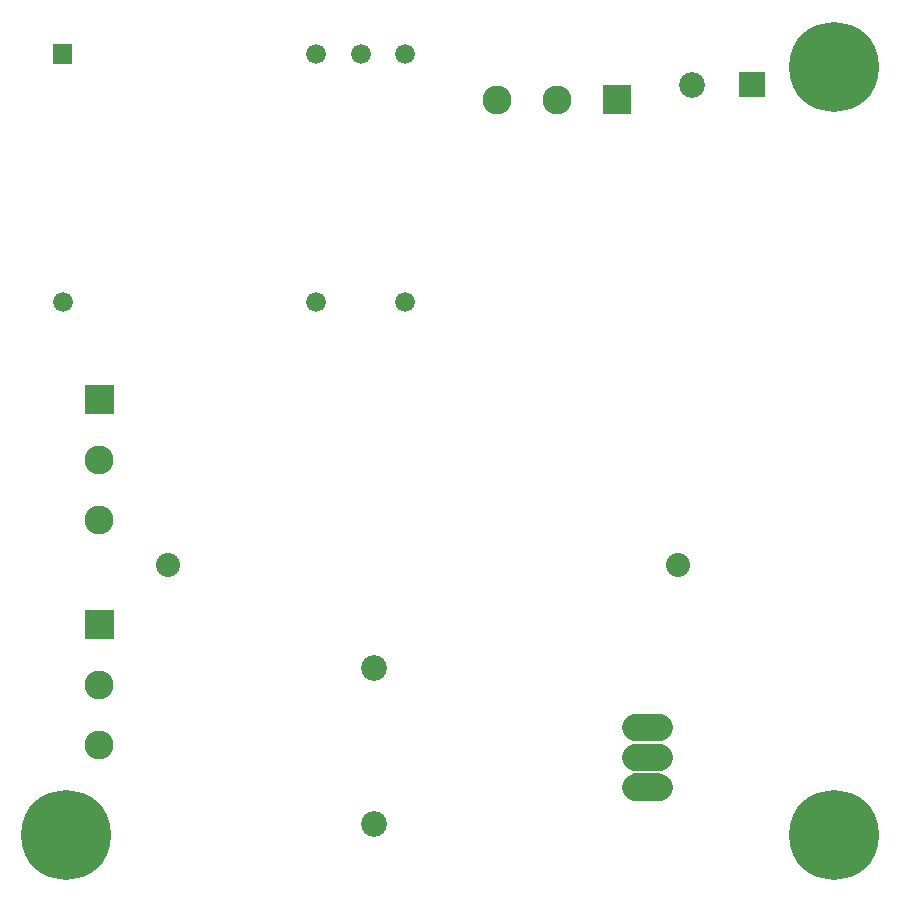
<source format=gbr>
G04 start of page 7 for group -4062 idx -4062 *
G04 Title: (unknown), soldermask *
G04 Creator: pcb 20110918 *
G04 CreationDate: Tue 27 May 2014 02:17:58 AM GMT UTC *
G04 For: railfan *
G04 Format: Gerber/RS-274X *
G04 PCB-Dimensions: 290000 290000 *
G04 PCB-Coordinate-Origin: lower left *
%MOIN*%
%FSLAX25Y25*%
%LNBOTTOMMASK*%
%ADD84C,0.0907*%
%ADD83C,0.0860*%
%ADD82C,0.0660*%
%ADD81C,0.0800*%
%ADD80C,0.0960*%
%ADD79C,0.0001*%
%ADD78C,0.0900*%
%ADD77C,0.2997*%
G54D77*X273000Y17000D03*
G54D78*X210500Y53000D03*
Y43000D03*
G54D79*G36*
X206000Y37500D02*Y28500D01*
X215000D01*
Y37500D01*
X206000D01*
G37*
G54D77*X17000Y17000D03*
G54D79*G36*
X23200Y91800D02*Y82200D01*
X32800D01*
Y91800D01*
X23200D01*
G37*
G54D80*X28000Y67000D03*
Y47000D03*
G54D79*G36*
X23200Y166800D02*Y157200D01*
X32800D01*
Y166800D01*
X23200D01*
G37*
G54D80*X28000Y142000D03*
Y122000D03*
G54D81*X51000Y107000D03*
G54D82*X15702Y194630D03*
G54D81*X221000Y107000D03*
G54D77*X273000Y273000D03*
G54D79*G36*
X241200Y271300D02*Y262700D01*
X249800D01*
Y271300D01*
X241200D01*
G37*
G54D83*X225500Y267000D03*
G54D79*G36*
X195700Y266800D02*Y257200D01*
X205300D01*
Y266800D01*
X195700D01*
G37*
G54D80*X180500Y262000D03*
G54D79*G36*
X12402Y280607D02*Y274007D01*
X19002D01*
Y280607D01*
X12402D01*
G37*
G54D82*X100348Y277307D03*
X115111D03*
X129875D03*
G54D80*X160500Y262000D03*
G54D83*X119500Y72500D03*
Y20500D03*
G54D82*X129875Y194630D03*
X100348D03*
G54D84*X206563Y43000D02*X214437D01*
X206563Y53000D02*X214437D01*
X206563Y33000D02*X214437D01*
M02*

</source>
